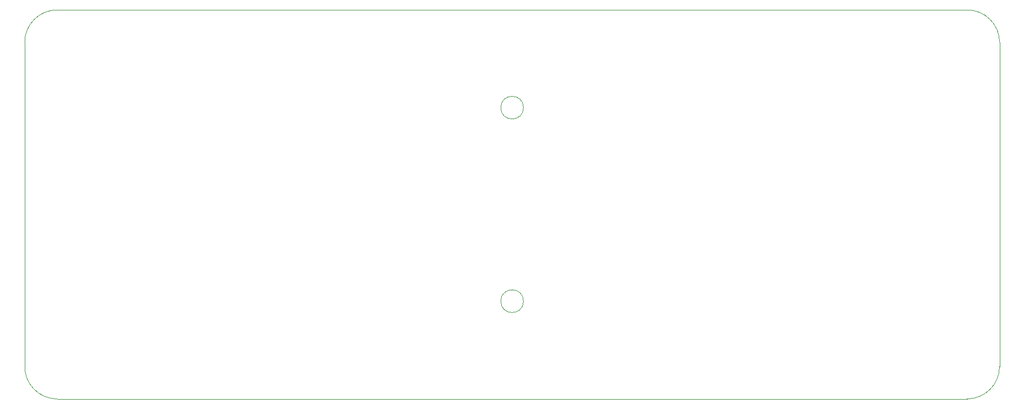
<source format=gbr>
%TF.GenerationSoftware,KiCad,Pcbnew,(6.0.4)*%
%TF.CreationDate,2022-11-06T13:58:30+01:00*%
%TF.ProjectId,GSP-1.0,4753502d-312e-4302-9e6b-696361645f70,rev?*%
%TF.SameCoordinates,Original*%
%TF.FileFunction,Profile,NP*%
%FSLAX46Y46*%
G04 Gerber Fmt 4.6, Leading zero omitted, Abs format (unit mm)*
G04 Created by KiCad (PCBNEW (6.0.4)) date 2022-11-06 13:58:30*
%MOMM*%
%LPD*%
G01*
G04 APERTURE LIST*
%TA.AperFunction,Profile*%
%ADD10C,0.100000*%
%TD*%
%TA.AperFunction,Profile*%
%ADD11C,0.120000*%
%TD*%
G04 APERTURE END LIST*
D10*
X225000000Y-130000000D02*
X225000000Y-80000000D01*
X220000000Y-135000000D02*
G75*
G03*
X225000000Y-130000000I0J5000000D01*
G01*
X220000000Y-75000000D02*
X80000000Y-75000000D01*
X80000000Y-135000000D02*
X220000000Y-135000000D01*
X75000000Y-130000000D02*
G75*
G03*
X80000000Y-135000000I5000000J0D01*
G01*
X225000000Y-80000000D02*
G75*
G03*
X220000000Y-75000000I-5000000J0D01*
G01*
X75000000Y-80000000D02*
X75000000Y-130000000D01*
X80000000Y-75000000D02*
G75*
G03*
X75000000Y-80000000I0J-5000000D01*
G01*
D11*
%TO.C,BT1*%
X151750000Y-90075000D02*
G75*
G03*
X151750000Y-90075000I-1750000J0D01*
G01*
X151750000Y-119925000D02*
G75*
G03*
X151750000Y-119925000I-1750000J0D01*
G01*
%TD*%
M02*

</source>
